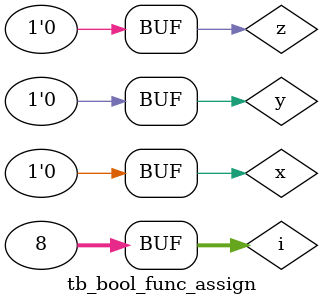
<source format=v>
module tb_bool_func_assign;
	//Inputs
	reg x;
	reg y;
	reg z;
	reg [2:0] x_y_z;
	
	//Outputs
	wire f;
	integer i, j, k;
	
//Instantiate Unit Under Test
bool_func_assign uut(
	.x(x),
	.y(y),
	.z(z),
	.f(f)
);

initial begin
	//Initialize Inputs
	x = 0;
	y = 0;
	z = 0;
	
	//Wait 100ns for global reset to finish
	#100;
	
	//Add stimulus here
	for (i=0; i<2**3; i=i+1) begin		//** Power Operator
		#10;
	end
end
	
always @(*) begin		//Concatenation Operator
	{x, y, z} = i;
end
endmodule


</source>
